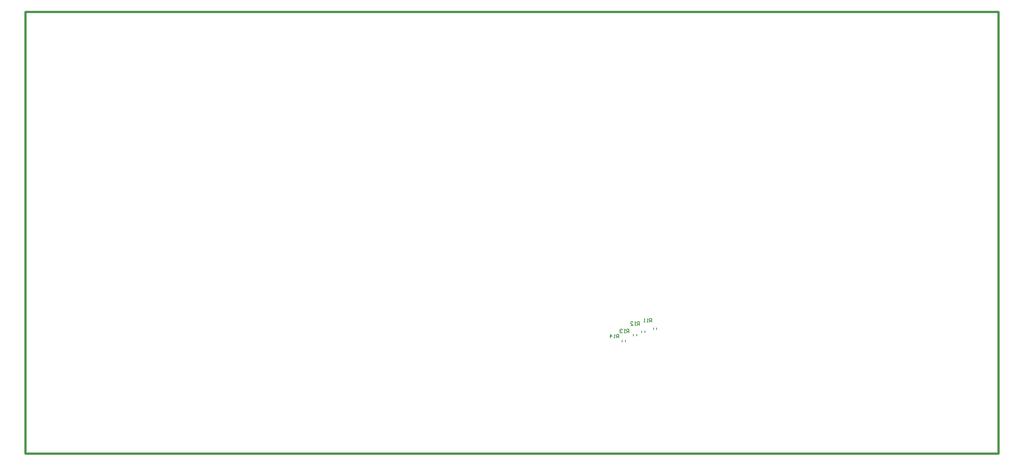
<source format=gbo>
G04 Layer_Color=32896*
%FSLAX44Y44*%
%MOMM*%
G71*
G01*
G75*
%ADD33C,0.5080*%
%ADD55C,0.2000*%
%ADD58C,0.1500*%
D33*
X1016000Y1524000D02*
X3215640D01*
X1016000Y2523998D02*
X3215640D01*
Y1524000D02*
Y2523998D01*
X1016000Y1524000D02*
Y2523998D01*
D55*
X2372050Y1777778D02*
Y1781778D01*
X2365050Y1777778D02*
Y1781778D01*
X2442916Y1805718D02*
Y1809718D01*
X2435916Y1805718D02*
Y1809718D01*
X2415992Y1798860D02*
Y1802860D01*
X2408992Y1798860D02*
Y1802860D01*
X2397450Y1791240D02*
Y1795240D01*
X2390450Y1791240D02*
Y1795240D01*
D58*
X2431288Y1822196D02*
Y1830193D01*
X2427289D01*
X2425956Y1828860D01*
Y1826195D01*
X2427289Y1824862D01*
X2431288D01*
X2428622D02*
X2425956Y1822196D01*
X2423291D02*
X2420625D01*
X2421958D01*
Y1830193D01*
X2423291Y1828860D01*
X2416626Y1822196D02*
X2413960D01*
X2415293D01*
Y1830193D01*
X2416626Y1828860D01*
X2403856Y1814830D02*
Y1822827D01*
X2399857D01*
X2398524Y1821494D01*
Y1818829D01*
X2399857Y1817496D01*
X2403856D01*
X2401190D02*
X2398524Y1814830D01*
X2395859D02*
X2393193D01*
X2394526D01*
Y1822827D01*
X2395859Y1821494D01*
X2383862Y1814830D02*
X2389194D01*
X2383862Y1820162D01*
Y1821494D01*
X2385195Y1822827D01*
X2387861D01*
X2389194Y1821494D01*
X2379980Y1798066D02*
Y1806063D01*
X2375981D01*
X2374648Y1804731D01*
Y1802065D01*
X2375981Y1800732D01*
X2379980D01*
X2377314D02*
X2374648Y1798066D01*
X2371983D02*
X2369317D01*
X2370650D01*
Y1806063D01*
X2371983Y1804731D01*
X2365318D02*
X2363985Y1806063D01*
X2361319D01*
X2359986Y1804731D01*
Y1803398D01*
X2361319Y1802065D01*
X2362652D01*
X2361319D01*
X2359986Y1800732D01*
Y1799399D01*
X2361319Y1798066D01*
X2363985D01*
X2365318Y1799399D01*
X2356866Y1786382D02*
Y1794379D01*
X2352867D01*
X2351534Y1793047D01*
Y1790381D01*
X2352867Y1789048D01*
X2356866D01*
X2354200D02*
X2351534Y1786382D01*
X2348869D02*
X2346203D01*
X2347536D01*
Y1794379D01*
X2348869Y1793047D01*
X2338205Y1786382D02*
Y1794379D01*
X2342204Y1790381D01*
X2336872D01*
M02*

</source>
